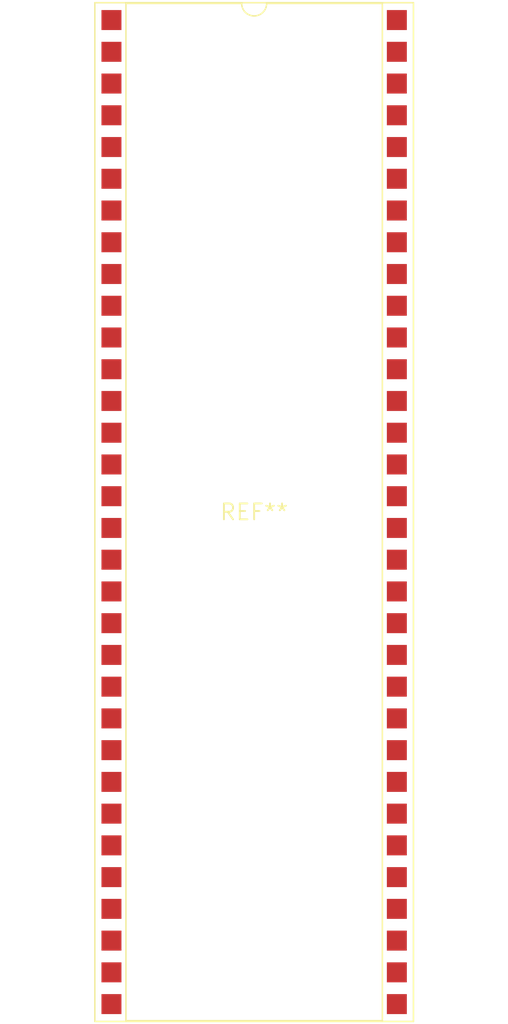
<source format=kicad_pcb>
(kicad_pcb (version 20240108) (generator pcbnew)
  (layers (0 "F.Cu" signal) (31 "B.Cu" signal) (34 "B.Paste" user) (35 "F.Paste" user) (36 "B.SilkS" user "B.Silkscreen") (37 "F.SilkS" user "F.Silkscreen") (38 "B.Mask" user) (39 "F.Mask" user) (44 "Edge.Cuts" user))
  (net 0 "")
  (footprint "DIP-64_W22.86mm_SMDSocket_SmallPads" (layer "F.Cu") (at 0 0)
    (property "Reference" "REF**")
    (property "Value" "DIP-64_W22.86mm_SMDSocket_SmallPads")
    (fp_line (start -12.76 -40.76) (end -12.76 40.76) (layer "F.SilkS") (stroke (width 0.12)))
    (fp_line (start -12.76 40.76) (end 12.76 40.76) (layer "F.SilkS") (stroke (width 0.12)))
    (fp_line (start -10.27 -40.7) (end -10.27 40.7) (layer "F.SilkS") (stroke (width 0.12)))
    (fp_line (start -10.27 40.7) (end 10.27 40.7) (layer "F.SilkS") (stroke (width 0.12)))
    (fp_line (start -1 -40.7) (end -10.27 -40.7) (layer "F.SilkS") (stroke (width 0.12)))
    (fp_line (start 10.27 -40.7) (end 1 -40.7) (layer "F.SilkS") (stroke (width 0.12)))
    (fp_line (start 10.27 40.7) (end 10.27 -40.7) (layer "F.SilkS") (stroke (width 0.12)))
    (fp_line (start 12.76 -40.76) (end -12.76 -40.76) (layer "F.SilkS") (stroke (width 0.12)))
    (fp_line (start 12.76 40.76) (end 12.76 -40.76) (layer "F.SilkS") (stroke (width 0.12)))
    (fp_arc (start 1 -40.7) (mid 0 -39.7) (end -1 -40.7) (layer "F.SilkS") (stroke (width 0.12)))
    (pad "1" smd rect (at -11.43 -39.37) (size 1.6 1.6) (layers "F.Cu" "F.Paste" "F.Mask"))
    (pad "2" smd rect (at -11.43 -36.83) (size 1.6 1.6) (layers "F.Cu" "F.Paste" "F.Mask"))
    (pad "3" smd rect (at -11.43 -34.29) (size 1.6 1.6) (layers "F.Cu" "F.Paste" "F.Mask"))
    (pad "4" smd rect (at -11.43 -31.75) (size 1.6 1.6) (layers "F.Cu" "F.Paste" "F.Mask"))
    (pad "5" smd rect (at -11.43 -29.21) (size 1.6 1.6) (layers "F.Cu" "F.Paste" "F.Mask"))
    (pad "6" smd rect (at -11.43 -26.67) (size 1.6 1.6) (layers "F.Cu" "F.Paste" "F.Mask"))
    (pad "7" smd rect (at -11.43 -24.13) (size 1.6 1.6) (layers "F.Cu" "F.Paste" "F.Mask"))
    (pad "8" smd rect (at -11.43 -21.59) (size 1.6 1.6) (layers "F.Cu" "F.Paste" "F.Mask"))
    (pad "9" smd rect (at -11.43 -19.05) (size 1.6 1.6) (layers "F.Cu" "F.Paste" "F.Mask"))
    (pad "10" smd rect (at -11.43 -16.51) (size 1.6 1.6) (layers "F.Cu" "F.Paste" "F.Mask"))
    (pad "11" smd rect (at -11.43 -13.97) (size 1.6 1.6) (layers "F.Cu" "F.Paste" "F.Mask"))
    (pad "12" smd rect (at -11.43 -11.43) (size 1.6 1.6) (layers "F.Cu" "F.Paste" "F.Mask"))
    (pad "13" smd rect (at -11.43 -8.89) (size 1.6 1.6) (layers "F.Cu" "F.Paste" "F.Mask"))
    (pad "14" smd rect (at -11.43 -6.35) (size 1.6 1.6) (layers "F.Cu" "F.Paste" "F.Mask"))
    (pad "15" smd rect (at -11.43 -3.81) (size 1.6 1.6) (layers "F.Cu" "F.Paste" "F.Mask"))
    (pad "16" smd rect (at -11.43 -1.27) (size 1.6 1.6) (layers "F.Cu" "F.Paste" "F.Mask"))
    (pad "17" smd rect (at -11.43 1.27) (size 1.6 1.6) (layers "F.Cu" "F.Paste" "F.Mask"))
    (pad "18" smd rect (at -11.43 3.81) (size 1.6 1.6) (layers "F.Cu" "F.Paste" "F.Mask"))
    (pad "19" smd rect (at -11.43 6.35) (size 1.6 1.6) (layers "F.Cu" "F.Paste" "F.Mask"))
    (pad "20" smd rect (at -11.43 8.89) (size 1.6 1.6) (layers "F.Cu" "F.Paste" "F.Mask"))
    (pad "21" smd rect (at -11.43 11.43) (size 1.6 1.6) (layers "F.Cu" "F.Paste" "F.Mask"))
    (pad "22" smd rect (at -11.43 13.97) (size 1.6 1.6) (layers "F.Cu" "F.Paste" "F.Mask"))
    (pad "23" smd rect (at -11.43 16.51) (size 1.6 1.6) (layers "F.Cu" "F.Paste" "F.Mask"))
    (pad "24" smd rect (at -11.43 19.05) (size 1.6 1.6) (layers "F.Cu" "F.Paste" "F.Mask"))
    (pad "25" smd rect (at -11.43 21.59) (size 1.6 1.6) (layers "F.Cu" "F.Paste" "F.Mask"))
    (pad "26" smd rect (at -11.43 24.13) (size 1.6 1.6) (layers "F.Cu" "F.Paste" "F.Mask"))
    (pad "27" smd rect (at -11.43 26.67) (size 1.6 1.6) (layers "F.Cu" "F.Paste" "F.Mask"))
    (pad "28" smd rect (at -11.43 29.21) (size 1.6 1.6) (layers "F.Cu" "F.Paste" "F.Mask"))
    (pad "29" smd rect (at -11.43 31.75) (size 1.6 1.6) (layers "F.Cu" "F.Paste" "F.Mask"))
    (pad "30" smd rect (at -11.43 34.29) (size 1.6 1.6) (layers "F.Cu" "F.Paste" "F.Mask"))
    (pad "31" smd rect (at -11.43 36.83) (size 1.6 1.6) (layers "F.Cu" "F.Paste" "F.Mask"))
    (pad "32" smd rect (at -11.43 39.37) (size 1.6 1.6) (layers "F.Cu" "F.Paste" "F.Mask"))
    (pad "33" smd rect (at 11.43 39.37) (size 1.6 1.6) (layers "F.Cu" "F.Paste" "F.Mask"))
    (pad "34" smd rect (at 11.43 36.83) (size 1.6 1.6) (layers "F.Cu" "F.Paste" "F.Mask"))
    (pad "35" smd rect (at 11.43 34.29) (size 1.6 1.6) (layers "F.Cu" "F.Paste" "F.Mask"))
    (pad "36" smd rect (at 11.43 31.75) (size 1.6 1.6) (layers "F.Cu" "F.Paste" "F.Mask"))
    (pad "37" smd rect (at 11.43 29.21) (size 1.6 1.6) (layers "F.Cu" "F.Paste" "F.Mask"))
    (pad "38" smd rect (at 11.43 26.67) (size 1.6 1.6) (layers "F.Cu" "F.Paste" "F.Mask"))
    (pad "39" smd rect (at 11.43 24.13) (size 1.6 1.6) (layers "F.Cu" "F.Paste" "F.Mask"))
    (pad "40" smd rect (at 11.43 21.59) (size 1.6 1.6) (layers "F.Cu" "F.Paste" "F.Mask"))
    (pad "41" smd rect (at 11.43 19.05) (size 1.6 1.6) (layers "F.Cu" "F.Paste" "F.Mask"))
    (pad "42" smd rect (at 11.43 16.51) (size 1.6 1.6) (layers "F.Cu" "F.Paste" "F.Mask"))
    (pad "43" smd rect (at 11.43 13.97) (size 1.6 1.6) (layers "F.Cu" "F.Paste" "F.Mask"))
    (pad "44" smd rect (at 11.43 11.43) (size 1.6 1.6) (layers "F.Cu" "F.Paste" "F.Mask"))
    (pad "45" smd rect (at 11.43 8.89) (size 1.6 1.6) (layers "F.Cu" "F.Paste" "F.Mask"))
    (pad "46" smd rect (at 11.43 6.35) (size 1.6 1.6) (layers "F.Cu" "F.Paste" "F.Mask"))
    (pad "47" smd rect (at 11.43 3.81) (size 1.6 1.6) (layers "F.Cu" "F.Paste" "F.Mask"))
    (pad "48" smd rect (at 11.43 1.27) (size 1.6 1.6) (layers "F.Cu" "F.Paste" "F.Mask"))
    (pad "49" smd rect (at 11.43 -1.27) (size 1.6 1.6) (layers "F.Cu" "F.Paste" "F.Mask"))
    (pad "50" smd rect (at 11.43 -3.81) (size 1.6 1.6) (layers "F.Cu" "F.Paste" "F.Mask"))
    (pad "51" smd rect (at 11.43 -6.35) (size 1.6 1.6) (layers "F.Cu" "F.Paste" "F.Mask"))
    (pad "52" smd rect (at 11.43 -8.89) (size 1.6 1.6) (layers "F.Cu" "F.Paste" "F.Mask"))
    (pad "53" smd rect (at 11.43 -11.43) (size 1.6 1.6) (layers "F.Cu" "F.Paste" "F.Mask"))
    (pad "54" smd rect (at 11.43 -13.97) (size 1.6 1.6) (layers "F.Cu" "F.Paste" "F.Mask"))
    (pad "55" smd rect (at 11.43 -16.51) (size 1.6 1.6) (layers "F.Cu" "F.Paste" "F.Mask"))
    (pad "56" smd rect (at 11.43 -19.05) (size 1.6 1.6) (layers "F.Cu" "F.Paste" "F.Mask"))
    (pad "57" smd rect (at 11.43 -21.59) (size 1.6 1.6) (layers "F.Cu" "F.Paste" "F.Mask"))
    (pad "58" smd rect (at 11.43 -24.13) (size 1.6 1.6) (layers "F.Cu" "F.Paste" "F.Mask"))
    (pad "59" smd rect (at 11.43 -26.67) (size 1.6 1.6) (layers "F.Cu" "F.Paste" "F.Mask"))
    (pad "60" smd rect (at 11.43 -29.21) (size 1.6 1.6) (layers "F.Cu" "F.Paste" "F.Mask"))
    (pad "61" smd rect (at 11.43 -31.75) (size 1.6 1.6) (layers "F.Cu" "F.Paste" "F.Mask"))
    (pad "62" smd rect (at 11.43 -34.29) (size 1.6 1.6) (layers "F.Cu" "F.Paste" "F.Mask"))
    (pad "63" smd rect (at 11.43 -36.83) (size 1.6 1.6) (layers "F.Cu" "F.Paste" "F.Mask"))
    (pad "64" smd rect (at 11.43 -39.37) (size 1.6 1.6) (layers "F.Cu" "F.Paste" "F.Mask"))
  )
)
</source>
